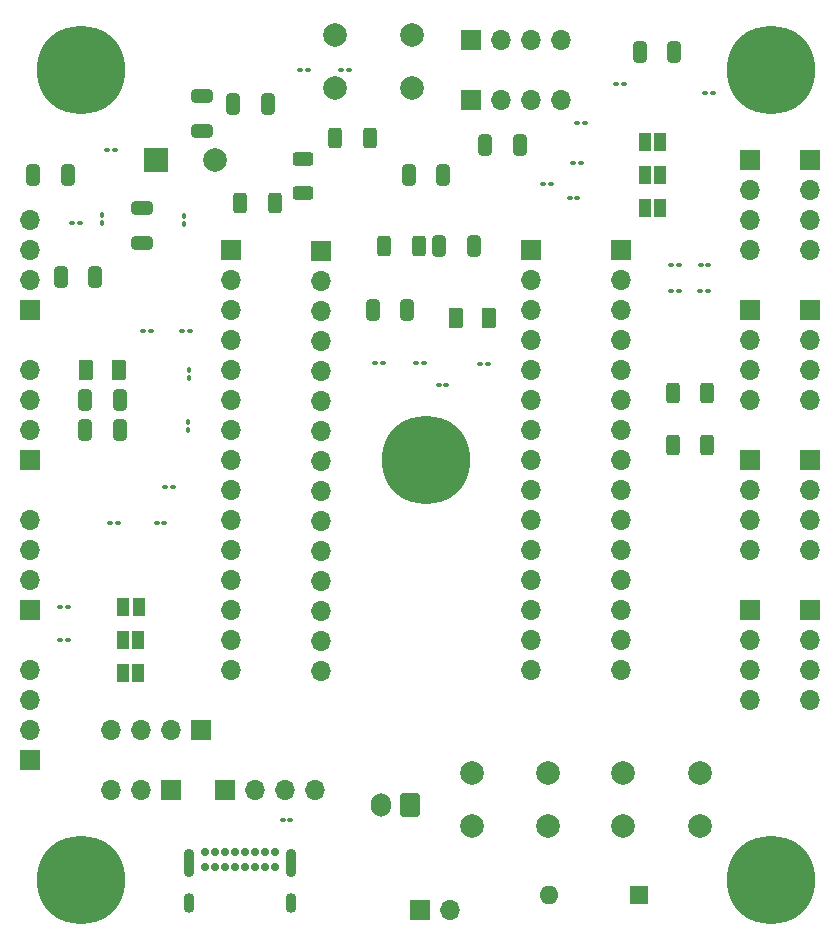
<source format=gbs>
G04 #@! TF.GenerationSoftware,KiCad,Pcbnew,8.0.7*
G04 #@! TF.CreationDate,2025-01-26T00:40:12-05:00*
G04 #@! TF.ProjectId,shadow,73686164-6f77-42e6-9b69-6361645f7063,rev?*
G04 #@! TF.SameCoordinates,Original*
G04 #@! TF.FileFunction,Soldermask,Bot*
G04 #@! TF.FilePolarity,Negative*
%FSLAX46Y46*%
G04 Gerber Fmt 4.6, Leading zero omitted, Abs format (unit mm)*
G04 Created by KiCad (PCBNEW 8.0.7) date 2025-01-26 00:40:12*
%MOMM*%
%LPD*%
G01*
G04 APERTURE LIST*
G04 Aperture macros list*
%AMRoundRect*
0 Rectangle with rounded corners*
0 $1 Rounding radius*
0 $2 $3 $4 $5 $6 $7 $8 $9 X,Y pos of 4 corners*
0 Add a 4 corners polygon primitive as box body*
4,1,4,$2,$3,$4,$5,$6,$7,$8,$9,$2,$3,0*
0 Add four circle primitives for the rounded corners*
1,1,$1+$1,$2,$3*
1,1,$1+$1,$4,$5*
1,1,$1+$1,$6,$7*
1,1,$1+$1,$8,$9*
0 Add four rect primitives between the rounded corners*
20,1,$1+$1,$2,$3,$4,$5,0*
20,1,$1+$1,$4,$5,$6,$7,0*
20,1,$1+$1,$6,$7,$8,$9,0*
20,1,$1+$1,$8,$9,$2,$3,0*%
G04 Aperture macros list end*
%ADD10R,1.700000X1.700000*%
%ADD11O,1.700000X1.700000*%
%ADD12RoundRect,0.250000X0.600000X0.750000X-0.600000X0.750000X-0.600000X-0.750000X0.600000X-0.750000X0*%
%ADD13O,1.700000X2.000000*%
%ADD14C,2.000000*%
%ADD15C,7.500000*%
%ADD16R,1.600000X1.600000*%
%ADD17O,1.600000X1.600000*%
%ADD18C,0.700000*%
%ADD19O,0.900000X2.400000*%
%ADD20O,0.900000X1.700000*%
%ADD21R,2.000000X2.000000*%
%ADD22RoundRect,0.100000X-0.130000X-0.100000X0.130000X-0.100000X0.130000X0.100000X-0.130000X0.100000X0*%
%ADD23RoundRect,0.250000X-0.375000X-0.625000X0.375000X-0.625000X0.375000X0.625000X-0.375000X0.625000X0*%
%ADD24RoundRect,0.250000X0.325000X0.650000X-0.325000X0.650000X-0.325000X-0.650000X0.325000X-0.650000X0*%
%ADD25R,1.000000X1.500000*%
%ADD26RoundRect,0.100000X0.130000X0.100000X-0.130000X0.100000X-0.130000X-0.100000X0.130000X-0.100000X0*%
%ADD27RoundRect,0.100000X-0.100000X0.130000X-0.100000X-0.130000X0.100000X-0.130000X0.100000X0.130000X0*%
%ADD28RoundRect,0.250000X0.312500X0.625000X-0.312500X0.625000X-0.312500X-0.625000X0.312500X-0.625000X0*%
%ADD29RoundRect,0.250000X-0.312500X-0.625000X0.312500X-0.625000X0.312500X0.625000X-0.312500X0.625000X0*%
%ADD30RoundRect,0.250000X0.625000X-0.312500X0.625000X0.312500X-0.625000X0.312500X-0.625000X-0.312500X0*%
%ADD31RoundRect,0.250000X0.650000X-0.325000X0.650000X0.325000X-0.650000X0.325000X-0.650000X-0.325000X0*%
%ADD32RoundRect,0.100000X0.100000X-0.130000X0.100000X0.130000X-0.100000X0.130000X-0.100000X-0.130000X0*%
G04 APERTURE END LIST*
D10*
X162052000Y-99060000D03*
D11*
X162052000Y-101600000D03*
X162052000Y-104140000D03*
X162052000Y-106680000D03*
D10*
X96037000Y-86360000D03*
D11*
X96037000Y-83820000D03*
X96037000Y-81280000D03*
X96037000Y-78740000D03*
D12*
X128230000Y-115570000D03*
D13*
X125730000Y-115570000D03*
D10*
X96037000Y-99060000D03*
D11*
X96037000Y-96520000D03*
X96037000Y-93980000D03*
X96037000Y-91440000D03*
D10*
X96037000Y-73660000D03*
D11*
X96037000Y-71120000D03*
X96037000Y-68580000D03*
X96037000Y-66040000D03*
D10*
X156972000Y-60960000D03*
D11*
X156972000Y-63500000D03*
X156972000Y-66040000D03*
X156972000Y-68580000D03*
D10*
X110490000Y-109220000D03*
D11*
X107950000Y-109220000D03*
X105410000Y-109220000D03*
X102870000Y-109220000D03*
D10*
X107950000Y-114300000D03*
D11*
X105410000Y-114300000D03*
X102870000Y-114300000D03*
D10*
X156972000Y-86360000D03*
D11*
X156972000Y-88900000D03*
X156972000Y-91440000D03*
X156972000Y-93980000D03*
D14*
X146277000Y-112812000D03*
X152777000Y-112812000D03*
X146277000Y-117312000D03*
X152777000Y-117312000D03*
D10*
X138430000Y-68580000D03*
D11*
X138430000Y-71120000D03*
X138430000Y-73660000D03*
X138430000Y-76200000D03*
X138430000Y-78740000D03*
X138430000Y-81280000D03*
X138430000Y-83820000D03*
X138430000Y-86360000D03*
X138430000Y-88900000D03*
X138430000Y-91440000D03*
X138430000Y-93980000D03*
X138430000Y-96520000D03*
X138430000Y-99060000D03*
X138430000Y-101600000D03*
X138430000Y-104140000D03*
D14*
X121870000Y-50328000D03*
X128370000Y-50328000D03*
X121870000Y-54828000D03*
X128370000Y-54828000D03*
D15*
X100330000Y-121920000D03*
D10*
X112557000Y-114300000D03*
D11*
X115097000Y-114300000D03*
X117637000Y-114300000D03*
X120177000Y-114300000D03*
D15*
X158750000Y-121920000D03*
D10*
X162052000Y-73660000D03*
D11*
X162052000Y-76200000D03*
X162052000Y-78740000D03*
X162052000Y-81280000D03*
D10*
X162052000Y-86360000D03*
D11*
X162052000Y-88900000D03*
X162052000Y-91440000D03*
X162052000Y-93980000D03*
D10*
X129057000Y-124460000D03*
D11*
X131597000Y-124460000D03*
D14*
X133427000Y-112812000D03*
X139927000Y-112812000D03*
X133427000Y-117312000D03*
X139927000Y-117312000D03*
D15*
X100330000Y-53340000D03*
D10*
X133350000Y-55855000D03*
D11*
X135890000Y-55855000D03*
X138430000Y-55855000D03*
X140970000Y-55855000D03*
D16*
X147574000Y-123190000D03*
D17*
X139954000Y-123190000D03*
D18*
X110817000Y-119495200D03*
X111667000Y-119495200D03*
X112517000Y-119495200D03*
X113367000Y-119495200D03*
X114217000Y-119495200D03*
X115067000Y-119495200D03*
X115917000Y-119495200D03*
X116767000Y-119495200D03*
X116767000Y-120845200D03*
X115917000Y-120845200D03*
X115067000Y-120845200D03*
X114217000Y-120845200D03*
X113367000Y-120845200D03*
X112517000Y-120845200D03*
X111667000Y-120845200D03*
X110817000Y-120845200D03*
D19*
X109467000Y-120475200D03*
D20*
X109467000Y-123855200D03*
D19*
X118117000Y-120475200D03*
D20*
X118117000Y-123855200D03*
D10*
X113030000Y-68580000D03*
D11*
X113030000Y-71120000D03*
X113030000Y-73660000D03*
X113030000Y-76200000D03*
X113030000Y-78740000D03*
X113030000Y-81280000D03*
X113030000Y-83820000D03*
X113030000Y-86360000D03*
X113030000Y-88900000D03*
X113030000Y-91440000D03*
X113030000Y-93980000D03*
X113030000Y-96520000D03*
X113030000Y-99060000D03*
X113030000Y-101600000D03*
X113030000Y-104140000D03*
D10*
X162052000Y-60960000D03*
D11*
X162052000Y-63500000D03*
X162052000Y-66040000D03*
X162052000Y-68580000D03*
D15*
X129540000Y-86360000D03*
D10*
X156997000Y-73660000D03*
D11*
X156997000Y-76200000D03*
X156997000Y-78740000D03*
X156997000Y-81280000D03*
D10*
X120650000Y-68610000D03*
D11*
X120650000Y-71150000D03*
X120650000Y-73690000D03*
X120650000Y-76230000D03*
X120650000Y-78770000D03*
X120650000Y-81310000D03*
X120650000Y-83850000D03*
X120650000Y-86390000D03*
X120650000Y-88930000D03*
X120650000Y-91470000D03*
X120650000Y-94010000D03*
X120650000Y-96550000D03*
X120650000Y-99090000D03*
X120650000Y-101630000D03*
X120650000Y-104170000D03*
D15*
X158750000Y-53340000D03*
D10*
X96037000Y-111760000D03*
D11*
X96037000Y-109220000D03*
X96037000Y-106680000D03*
X96037000Y-104140000D03*
D10*
X146050000Y-68580000D03*
D11*
X146050000Y-71120000D03*
X146050000Y-73660000D03*
X146050000Y-76200000D03*
X146050000Y-78740000D03*
X146050000Y-81280000D03*
X146050000Y-83820000D03*
X146050000Y-86360000D03*
X146050000Y-88900000D03*
X146050000Y-91440000D03*
X146050000Y-93980000D03*
X146050000Y-96520000D03*
X146050000Y-99060000D03*
X146050000Y-101600000D03*
X146050000Y-104140000D03*
D10*
X156972000Y-99060000D03*
D11*
X156972000Y-101600000D03*
X156972000Y-104140000D03*
X156972000Y-106680000D03*
D10*
X133350000Y-50800000D03*
D11*
X135890000Y-50800000D03*
X138430000Y-50800000D03*
X140970000Y-50800000D03*
D21*
X106683800Y-60985400D03*
D14*
X111683800Y-60985400D03*
D22*
X105623000Y-75438000D03*
X106263000Y-75438000D03*
D23*
X100736000Y-78740000D03*
X103536000Y-78740000D03*
D24*
X127992000Y-73660000D03*
X125042000Y-73660000D03*
D25*
X149409000Y-59436000D03*
X148109000Y-59436000D03*
D26*
X142676000Y-61214000D03*
X142036000Y-61214000D03*
X100258000Y-66294000D03*
X99618000Y-66294000D03*
D24*
X99239600Y-62230000D03*
X96289600Y-62230000D03*
D22*
X128737000Y-78105000D03*
X129377000Y-78105000D03*
D27*
X109372000Y-83155000D03*
X109372000Y-83795000D03*
D26*
X99242000Y-98806000D03*
X98602000Y-98806000D03*
D24*
X103657000Y-83820000D03*
X100707000Y-83820000D03*
D26*
X99217000Y-101600000D03*
X98577000Y-101600000D03*
D25*
X149407000Y-62230000D03*
X148107000Y-62230000D03*
D26*
X123027000Y-53340000D03*
X122387000Y-53340000D03*
D23*
X132102000Y-74295000D03*
X134902000Y-74295000D03*
D24*
X150598000Y-51816000D03*
X147648000Y-51816000D03*
D26*
X119562000Y-53340000D03*
X118922000Y-53340000D03*
D28*
X153379500Y-80645000D03*
X150454500Y-80645000D03*
D26*
X153446000Y-69850000D03*
X152806000Y-69850000D03*
X142367000Y-64135000D03*
X141727000Y-64135000D03*
X103469000Y-91694000D03*
X102829000Y-91694000D03*
X150967000Y-69845000D03*
X150327000Y-69845000D03*
D24*
X101576000Y-70866000D03*
X98626000Y-70866000D03*
X116152000Y-56220000D03*
X113202000Y-56220000D03*
D28*
X153379500Y-85090000D03*
X150454500Y-85090000D03*
D26*
X108102000Y-88646000D03*
X107462000Y-88646000D03*
D25*
X105226000Y-98806000D03*
X103926000Y-98806000D03*
D29*
X121879500Y-59055000D03*
X124804500Y-59055000D03*
D26*
X150962000Y-72009000D03*
X150322000Y-72009000D03*
D24*
X131040000Y-62230000D03*
X128090000Y-62230000D03*
D26*
X118085000Y-116840000D03*
X117445000Y-116840000D03*
D24*
X103657000Y-81280000D03*
X100707000Y-81280000D03*
X137517000Y-59690000D03*
X134567000Y-59690000D03*
D28*
X128930000Y-68199000D03*
X126005000Y-68199000D03*
D22*
X134162000Y-78232000D03*
X134802000Y-78232000D03*
D29*
X113828100Y-64617600D03*
X116753100Y-64617600D03*
D25*
X149409000Y-65024000D03*
X148109000Y-65024000D03*
D27*
X109057000Y-65720000D03*
X109057000Y-66360000D03*
D26*
X143002000Y-57785000D03*
X142362000Y-57785000D03*
D24*
X133641500Y-68199000D03*
X130691500Y-68199000D03*
D30*
X119126000Y-63754000D03*
X119126000Y-60829000D03*
D31*
X110607300Y-58474400D03*
X110607300Y-55524400D03*
D25*
X105211000Y-101600000D03*
X103911000Y-101600000D03*
D22*
X130642000Y-80010000D03*
X131282000Y-80010000D03*
X108900000Y-75438000D03*
X109540000Y-75438000D03*
D26*
X125887000Y-78105000D03*
X125247000Y-78105000D03*
X146304000Y-54483000D03*
X145664000Y-54483000D03*
D31*
X105537000Y-67997600D03*
X105537000Y-65047600D03*
D26*
X107401000Y-91694000D03*
X106761000Y-91694000D03*
D27*
X109499000Y-78740000D03*
X109499000Y-79380000D03*
D32*
X102133000Y-66269000D03*
X102133000Y-65629000D03*
D26*
X140136000Y-62992000D03*
X139496000Y-62992000D03*
D25*
X105211000Y-104394000D03*
X103911000Y-104394000D03*
D26*
X153827000Y-55245000D03*
X153187000Y-55245000D03*
X103200600Y-60071000D03*
X102560600Y-60071000D03*
X153421000Y-72009000D03*
X152781000Y-72009000D03*
M02*

</source>
